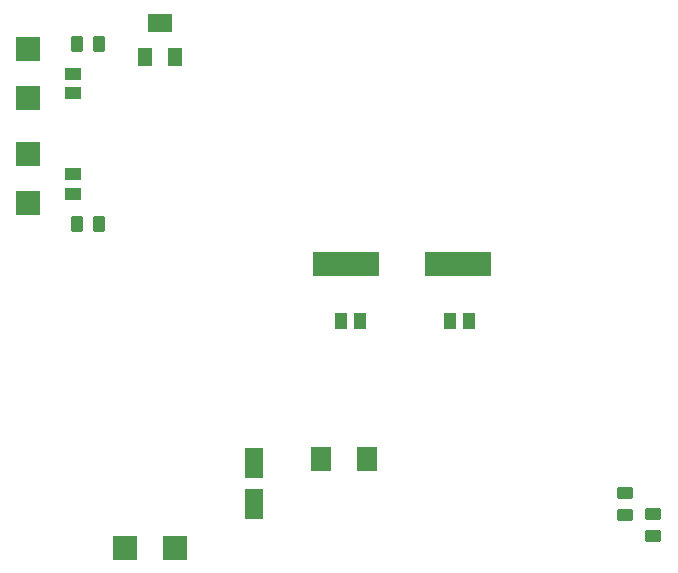
<source format=gbr>
%TF.GenerationSoftware,KiCad,Pcbnew,7.0.8*%
%TF.CreationDate,2023-10-09T21:05:16-03:00*%
%TF.ProjectId,PlacaTeste_Sillion,506c6163-6154-4657-9374-655f53696c6c,r1.0*%
%TF.SameCoordinates,Original*%
%TF.FileFunction,Paste,Top*%
%TF.FilePolarity,Positive*%
%FSLAX46Y46*%
G04 Gerber Fmt 4.6, Leading zero omitted, Abs format (unit mm)*
G04 Created by KiCad (PCBNEW 7.0.8) date 2023-10-09 21:05:16*
%MOMM*%
%LPD*%
G01*
G04 APERTURE LIST*
G04 Aperture macros list*
%AMRoundRect*
0 Rectangle with rounded corners*
0 $1 Rounding radius*
0 $2 $3 $4 $5 $6 $7 $8 $9 X,Y pos of 4 corners*
0 Add a 4 corners polygon primitive as box body*
4,1,4,$2,$3,$4,$5,$6,$7,$8,$9,$2,$3,0*
0 Add four circle primitives for the rounded corners*
1,1,$1+$1,$2,$3*
1,1,$1+$1,$4,$5*
1,1,$1+$1,$6,$7*
1,1,$1+$1,$8,$9*
0 Add four rect primitives between the rounded corners*
20,1,$1+$1,$2,$3,$4,$5,0*
20,1,$1+$1,$4,$5,$6,$7,0*
20,1,$1+$1,$6,$7,$8,$9,0*
20,1,$1+$1,$8,$9,$2,$3,0*%
G04 Aperture macros list end*
%ADD10R,1.470000X0.990000*%
%ADD11R,2.000000X2.000000*%
%ADD12R,1.800000X2.100000*%
%ADD13RoundRect,0.250000X0.450000X-0.262500X0.450000X0.262500X-0.450000X0.262500X-0.450000X-0.262500X0*%
%ADD14R,5.600000X2.100000*%
%ADD15R,1.020000X1.470000*%
%ADD16RoundRect,0.250000X0.262500X0.450000X-0.262500X0.450000X-0.262500X-0.450000X0.262500X-0.450000X0*%
%ADD17RoundRect,0.250000X-0.450000X0.262500X-0.450000X-0.262500X0.450000X-0.262500X0.450000X0.262500X0*%
%ADD18R,1.300000X1.600000*%
%ADD19R,2.000000X1.600000*%
%ADD20R,1.600000X2.500000*%
G04 APERTURE END LIST*
D10*
%TO.C,C9*%
X87630000Y-88900000D03*
X87630000Y-87260000D03*
%TD*%
D11*
%TO.C,Z2*%
X83820000Y-89730000D03*
X83820000Y-85530000D03*
%TD*%
D12*
%TO.C,L1*%
X108667000Y-111379000D03*
X112567000Y-111379000D03*
%TD*%
D13*
%TO.C,R3*%
X136779000Y-117879500D03*
X136779000Y-116054500D03*
%TD*%
D14*
%TO.C,Y1*%
X110724000Y-94869000D03*
X120224000Y-94869000D03*
%TD*%
D15*
%TO.C,C8*%
X121158000Y-99695000D03*
X119538000Y-99695000D03*
%TD*%
D16*
%TO.C,R4*%
X89812500Y-91440000D03*
X87987500Y-91440000D03*
%TD*%
D17*
%TO.C,R2*%
X134366000Y-114276500D03*
X134366000Y-116101500D03*
%TD*%
D18*
%TO.C,RV1*%
X93766000Y-77343000D03*
D19*
X95016000Y-74443000D03*
D18*
X96266000Y-77343000D03*
%TD*%
D10*
%TO.C,C10*%
X87630000Y-78740000D03*
X87630000Y-80380000D03*
%TD*%
D11*
%TO.C,Z3*%
X83820000Y-76640000D03*
X83820000Y-80840000D03*
%TD*%
D15*
%TO.C,C7*%
X110298000Y-99695000D03*
X111918000Y-99695000D03*
%TD*%
D11*
%TO.C,Z1*%
X96266000Y-118872000D03*
X92066000Y-118872000D03*
%TD*%
D16*
%TO.C,R5*%
X89812500Y-76200000D03*
X87987500Y-76200000D03*
%TD*%
D20*
%TO.C,C1*%
X102997000Y-111689000D03*
X102997000Y-115189000D03*
%TD*%
M02*

</source>
